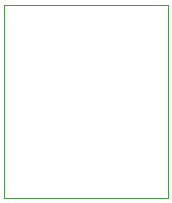
<source format=gbr>
G04 #@! TF.GenerationSoftware,KiCad,Pcbnew,(5.1.5-0-10_14)*
G04 #@! TF.CreationDate,2020-06-03T14:43:28-06:00*
G04 #@! TF.ProjectId,TPS62177DQ,54505336-3231-4373-9744-512e6b696361,rev?*
G04 #@! TF.SameCoordinates,Original*
G04 #@! TF.FileFunction,Profile,NP*
%FSLAX46Y46*%
G04 Gerber Fmt 4.6, Leading zero omitted, Abs format (unit mm)*
G04 Created by KiCad (PCBNEW (5.1.5-0-10_14)) date 2020-06-03 14:43:28*
%MOMM*%
%LPD*%
G04 APERTURE LIST*
%ADD10C,0.050000*%
G04 APERTURE END LIST*
D10*
X74066400Y-63804800D02*
X74066400Y-66344800D01*
X60248800Y-66344800D02*
X74066400Y-66344800D01*
X60248800Y-63804800D02*
X60248800Y-66344800D01*
X74066400Y-49987200D02*
X60248800Y-49987200D01*
X74066400Y-63804800D02*
X74066400Y-49987200D01*
X60248800Y-49987200D02*
X60248800Y-63804800D01*
M02*

</source>
